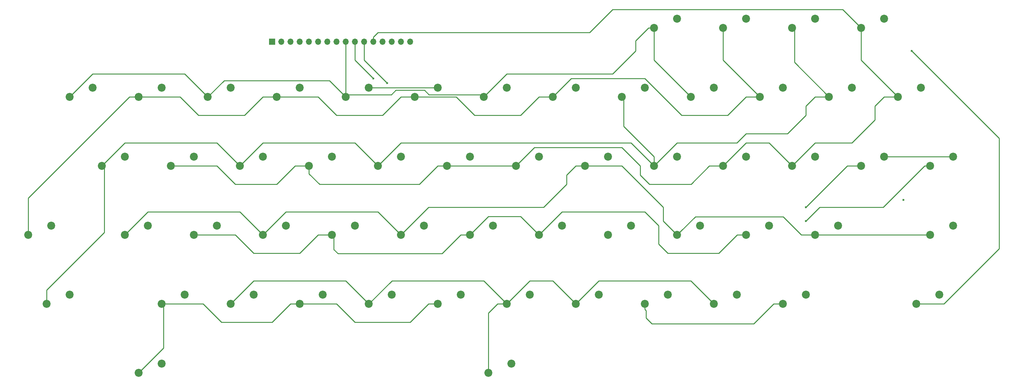
<source format=gbr>
G04 #@! TF.FileFunction,Copper,L2,Bot,Signal*
%FSLAX46Y46*%
G04 Gerber Fmt 4.6, Leading zero omitted, Abs format (unit mm)*
G04 Created by KiCad (PCBNEW 4.0.7-e2-6376~60~ubuntu17.10.1) date Thu Apr 12 22:39:31 2018*
%MOMM*%
%LPD*%
G01*
G04 APERTURE LIST*
%ADD10C,0.100000*%
%ADD11R,1.700000X1.700000*%
%ADD12O,1.700000X1.700000*%
%ADD13C,2.200000*%
%ADD14C,0.600000*%
%ADD15C,0.250000*%
G04 APERTURE END LIST*
D10*
D11*
X151130000Y-78740000D03*
D12*
X153670000Y-78740000D03*
X156210000Y-78740000D03*
X158750000Y-78740000D03*
X161290000Y-78740000D03*
X163830000Y-78740000D03*
X166370000Y-78740000D03*
X168910000Y-78740000D03*
X171450000Y-78740000D03*
X173990000Y-78740000D03*
X176530000Y-78740000D03*
X179070000Y-78740000D03*
X181610000Y-78740000D03*
X184150000Y-78740000D03*
X186690000Y-78740000D03*
X189230000Y-78740000D03*
D13*
X101600000Y-91440000D03*
X95250000Y-93980000D03*
X120650000Y-91440000D03*
X114300000Y-93980000D03*
X139700000Y-91440000D03*
X133350000Y-93980000D03*
X158750000Y-91440000D03*
X152400000Y-93980000D03*
X177800000Y-91440000D03*
X171450000Y-93980000D03*
X196850000Y-91440000D03*
X190500000Y-93980000D03*
X215900000Y-91440000D03*
X209550000Y-93980000D03*
X234950000Y-91440000D03*
X228600000Y-93980000D03*
X254000000Y-91440000D03*
X247650000Y-93980000D03*
X116840000Y-129540000D03*
X110490000Y-132080000D03*
X203200000Y-148590000D03*
X196850000Y-151130000D03*
X165100000Y-148590000D03*
X158750000Y-151130000D03*
X339090000Y-110490000D03*
X332740000Y-113030000D03*
X307340000Y-129540000D03*
X300990000Y-132080000D03*
X260350000Y-148590000D03*
X254000000Y-151130000D03*
X154940000Y-129540000D03*
X148590000Y-132080000D03*
X311150000Y-91440000D03*
X304800000Y-93980000D03*
X300990000Y-72390000D03*
X294640000Y-74930000D03*
X148590000Y-110490000D03*
X142240000Y-113030000D03*
X173990000Y-129540000D03*
X167640000Y-132080000D03*
X298450000Y-148590000D03*
X292100000Y-151130000D03*
X193040000Y-129540000D03*
X186690000Y-132080000D03*
X212090000Y-129540000D03*
X205740000Y-132080000D03*
X292100000Y-91440000D03*
X285750000Y-93980000D03*
X243840000Y-110490000D03*
X237490000Y-113030000D03*
X231140000Y-129540000D03*
X224790000Y-132080000D03*
X250190000Y-129540000D03*
X243840000Y-132080000D03*
X269240000Y-129540000D03*
X262890000Y-132080000D03*
X262890000Y-72390000D03*
X256540000Y-74930000D03*
X90170000Y-129540000D03*
X83820000Y-132080000D03*
X241300000Y-148590000D03*
X234950000Y-151130000D03*
X120650000Y-167640000D03*
X114300000Y-170180000D03*
X330200000Y-91440000D03*
X323850000Y-93980000D03*
X222250000Y-148590000D03*
X215900000Y-151130000D03*
X262890000Y-110490000D03*
X256540000Y-113030000D03*
X320040000Y-110490000D03*
X313690000Y-113030000D03*
X281940000Y-110490000D03*
X275590000Y-113030000D03*
X279400000Y-148590000D03*
X273050000Y-151130000D03*
X110490000Y-110490000D03*
X104140000Y-113030000D03*
X167640000Y-110490000D03*
X161290000Y-113030000D03*
X339090000Y-129540000D03*
X332740000Y-132080000D03*
X320040000Y-72390000D03*
X313690000Y-74930000D03*
X135890000Y-129540000D03*
X129540000Y-132080000D03*
X288290000Y-129540000D03*
X281940000Y-132080000D03*
X95250000Y-148590000D03*
X88900000Y-151130000D03*
X217170000Y-167640000D03*
X210820000Y-170180000D03*
X186690000Y-110490000D03*
X180340000Y-113030000D03*
X224790000Y-110490000D03*
X218440000Y-113030000D03*
X300990000Y-110490000D03*
X294640000Y-113030000D03*
X281940000Y-72390000D03*
X275590000Y-74930000D03*
X184150000Y-148590000D03*
X177800000Y-151130000D03*
X129540000Y-110490000D03*
X123190000Y-113030000D03*
X146050000Y-148590000D03*
X139700000Y-151130000D03*
X205740000Y-110490000D03*
X199390000Y-113030000D03*
X127000000Y-148590000D03*
X120650000Y-151130000D03*
X273050000Y-91440000D03*
X266700000Y-93980000D03*
X335280000Y-148590000D03*
X328930000Y-151130000D03*
D14*
X325319972Y-122441677D03*
X179070000Y-88900000D03*
X327660000Y-81280000D03*
X182880000Y-90170000D03*
X298450000Y-124460000D03*
X298450000Y-128270000D03*
D15*
X177800000Y-91440000D02*
X196850000Y-91440000D01*
X339090000Y-110490000D02*
X320040000Y-110490000D01*
X133350000Y-93980000D02*
X137840828Y-89489172D01*
X137840828Y-89489172D02*
X166959172Y-89489172D01*
X166959172Y-89489172D02*
X171450000Y-93980000D01*
X171450000Y-93980000D02*
X172072618Y-93357382D01*
X172072618Y-93357382D02*
X183984724Y-93357382D01*
X183984724Y-93357382D02*
X185191599Y-92150507D01*
X185191599Y-92150507D02*
X193135281Y-92150507D01*
X193135281Y-92150507D02*
X194342156Y-93357382D01*
X194342156Y-93357382D02*
X208927382Y-93357382D01*
X208927382Y-93357382D02*
X209550000Y-93980000D01*
X256540000Y-74930000D02*
X256540000Y-83820000D01*
X256540000Y-83820000D02*
X266700000Y-93980000D01*
X209550000Y-93980000D02*
X215900000Y-87630000D01*
X215900000Y-87630000D02*
X245110000Y-87630000D01*
X251460000Y-81280000D02*
X251460000Y-78454366D01*
X245110000Y-87630000D02*
X251460000Y-81280000D01*
X251460000Y-78454366D02*
X254984366Y-74930000D01*
X254984366Y-74930000D02*
X256540000Y-74930000D01*
X171450000Y-93980000D02*
X171450000Y-78740000D01*
X95250000Y-93980000D02*
X101600000Y-87630000D01*
X101600000Y-87630000D02*
X127000000Y-87630000D01*
X127000000Y-87630000D02*
X132250001Y-92880001D01*
X132250001Y-92880001D02*
X133350000Y-93980000D01*
X83820000Y-132080000D02*
X83820000Y-121920000D01*
X83820000Y-121920000D02*
X111760000Y-93980000D01*
X111760000Y-93980000D02*
X114300000Y-93980000D01*
X173990000Y-83820000D02*
X173990000Y-78740000D01*
X179070000Y-88900000D02*
X173990000Y-83820000D01*
X275590000Y-83820000D02*
X275590000Y-74930000D01*
X285750000Y-93980000D02*
X275590000Y-83820000D01*
X228600000Y-93980000D02*
X233680000Y-88900000D01*
X233680000Y-88900000D02*
X254000000Y-88900000D01*
X254000000Y-88900000D02*
X264160000Y-99060000D01*
X264160000Y-99060000D02*
X276860000Y-99060000D01*
X276860000Y-99060000D02*
X281940000Y-93980000D01*
X281940000Y-93980000D02*
X285750000Y-93980000D01*
X190500000Y-93980000D02*
X201930000Y-93980000D01*
X224790000Y-93980000D02*
X228600000Y-93980000D01*
X201930000Y-93980000D02*
X207010000Y-99060000D01*
X207010000Y-99060000D02*
X219710000Y-99060000D01*
X219710000Y-99060000D02*
X224790000Y-93980000D01*
X152400000Y-93980000D02*
X163830000Y-93980000D01*
X163830000Y-93980000D02*
X168910000Y-99060000D01*
X186690000Y-93980000D02*
X190500000Y-93980000D01*
X168910000Y-99060000D02*
X181610000Y-99060000D01*
X181610000Y-99060000D02*
X186690000Y-93980000D01*
X114300000Y-93980000D02*
X125730000Y-93980000D01*
X125730000Y-93980000D02*
X130810000Y-99060000D01*
X130810000Y-99060000D02*
X143510000Y-99060000D01*
X143510000Y-99060000D02*
X148590000Y-93980000D01*
X148590000Y-93980000D02*
X152400000Y-93980000D01*
X294640000Y-74930000D02*
X295266889Y-75556889D01*
X295266889Y-75556889D02*
X295266889Y-84446889D01*
X295266889Y-84446889D02*
X304800000Y-93980000D01*
X351790000Y-135890000D02*
X351790000Y-105410000D01*
X351790000Y-105410000D02*
X327660000Y-81280000D01*
X336550000Y-151130000D02*
X351790000Y-135890000D01*
X328930000Y-151130000D02*
X336550000Y-151130000D01*
X88900000Y-151130000D02*
X88900000Y-147320000D01*
X88900000Y-147320000D02*
X104798309Y-131421691D01*
X104798309Y-131421691D02*
X104798309Y-113688309D01*
X104798309Y-113688309D02*
X104140000Y-113030000D01*
X256540000Y-113030000D02*
X262890000Y-106680000D01*
X262890000Y-106680000D02*
X279400000Y-106680000D01*
X279400000Y-106680000D02*
X281940000Y-104140000D01*
X300990000Y-93980000D02*
X304800000Y-93980000D01*
X281940000Y-104140000D02*
X293370000Y-104140000D01*
X293370000Y-104140000D02*
X298450000Y-99060000D01*
X298450000Y-96520000D02*
X300990000Y-93980000D01*
X298450000Y-99060000D02*
X298450000Y-96520000D01*
X247650000Y-93980000D02*
X248121680Y-94451680D01*
X248121680Y-94451680D02*
X248121680Y-102128937D01*
X248121680Y-102128937D02*
X256482743Y-110490000D01*
X256482743Y-110490000D02*
X256540000Y-110490000D01*
X256540000Y-110490000D02*
X256540000Y-113030000D01*
X176530000Y-78740000D02*
X176530000Y-83820000D01*
X176530000Y-83820000D02*
X182880000Y-90170000D01*
X250190000Y-106680000D02*
X256540000Y-113030000D01*
X186690000Y-106680000D02*
X250190000Y-106680000D01*
X180340000Y-113030000D02*
X186690000Y-106680000D01*
X173990000Y-106680000D02*
X180340000Y-113030000D01*
X148590000Y-106680000D02*
X173990000Y-106680000D01*
X142240000Y-113030000D02*
X148590000Y-106680000D01*
X135890000Y-106680000D02*
X142240000Y-113030000D01*
X110490000Y-106680000D02*
X135890000Y-106680000D01*
X104140000Y-113030000D02*
X110490000Y-106680000D01*
X218440000Y-113030000D02*
X223520000Y-107950000D01*
X271780000Y-113030000D02*
X275590000Y-113030000D01*
X223520000Y-107950000D02*
X247650000Y-107950000D01*
X252730000Y-115579836D02*
X255258188Y-118108024D01*
X247650000Y-107950000D02*
X252730000Y-113030000D01*
X252730000Y-113030000D02*
X252730000Y-115579836D01*
X255258188Y-118108024D02*
X266701976Y-118108024D01*
X266701976Y-118108024D02*
X271780000Y-113030000D01*
X313690000Y-74930000D02*
X308610000Y-69850000D01*
X308610000Y-69850000D02*
X245110000Y-69850000D01*
X179070000Y-77470000D02*
X179070000Y-78740000D01*
X245110000Y-69850000D02*
X238760000Y-76200000D01*
X238760000Y-76200000D02*
X180340000Y-76200000D01*
X180340000Y-76200000D02*
X179070000Y-77470000D01*
X199390000Y-113030000D02*
X218440000Y-113030000D01*
X191770000Y-118110000D02*
X164198998Y-118110000D01*
X199390000Y-113030000D02*
X196850000Y-113030000D01*
X196850000Y-113030000D02*
X191770000Y-118110000D01*
X218440000Y-113030000D02*
X215900000Y-113030000D01*
X164198998Y-118110000D02*
X161290000Y-115201002D01*
X161290000Y-115201002D02*
X161290000Y-114585634D01*
X161290000Y-114585634D02*
X161290000Y-113030000D01*
X320040000Y-93980000D02*
X323850000Y-93980000D01*
X317500000Y-96520000D02*
X320040000Y-93980000D01*
X317500000Y-100330000D02*
X317500000Y-96520000D01*
X311150000Y-106680000D02*
X317500000Y-100330000D01*
X300990000Y-106680000D02*
X311150000Y-106680000D01*
X294640000Y-113030000D02*
X300990000Y-106680000D01*
X288290000Y-106680000D02*
X294640000Y-113030000D01*
X281940000Y-106680000D02*
X288290000Y-106680000D01*
X275590000Y-113030000D02*
X281940000Y-106680000D01*
X157480000Y-113030000D02*
X161290000Y-113030000D01*
X152400000Y-118110000D02*
X157480000Y-113030000D01*
X140970000Y-118110000D02*
X152400000Y-118110000D01*
X135890000Y-113030000D02*
X140970000Y-118110000D01*
X123190000Y-113030000D02*
X135890000Y-113030000D01*
X313690000Y-83820000D02*
X323850000Y-93980000D01*
X313690000Y-74930000D02*
X313690000Y-83820000D01*
X300990000Y-132080000D02*
X297180000Y-132080000D01*
X297180000Y-132080000D02*
X292157819Y-127057819D01*
X267912181Y-127057819D02*
X263989999Y-130980001D01*
X292157819Y-127057819D02*
X267912181Y-127057819D01*
X263989999Y-130980001D02*
X262890000Y-132080000D01*
X332740000Y-132080000D02*
X300990000Y-132080000D01*
X237490000Y-113030000D02*
X247650000Y-113030000D01*
X247650000Y-113030000D02*
X259080000Y-124460000D01*
X259080000Y-124460000D02*
X259080000Y-128270000D01*
X259080000Y-128270000D02*
X262890000Y-132080000D01*
X234950000Y-113030000D02*
X237490000Y-113030000D01*
X232410000Y-115570000D02*
X234950000Y-113030000D01*
X232410000Y-118110000D02*
X232410000Y-115570000D01*
X226060000Y-124460000D02*
X232410000Y-118110000D01*
X194310000Y-124460000D02*
X226060000Y-124460000D01*
X186690000Y-132080000D02*
X194310000Y-124460000D01*
X180340000Y-125730000D02*
X186690000Y-132080000D01*
X154940000Y-125730000D02*
X180340000Y-125730000D01*
X148590000Y-132080000D02*
X154940000Y-125730000D01*
X142240000Y-125730000D02*
X148590000Y-132080000D01*
X116840000Y-125730000D02*
X142240000Y-125730000D01*
X110490000Y-132080000D02*
X116840000Y-125730000D01*
X309880000Y-113030000D02*
X298450000Y-124460000D01*
X313690000Y-113030000D02*
X309880000Y-113030000D01*
X224790000Y-132080000D02*
X231140000Y-125730000D01*
X231140000Y-125730000D02*
X254000000Y-125730000D01*
X254000000Y-125730000D02*
X257810000Y-129540000D01*
X257810000Y-129540000D02*
X257810000Y-134619392D01*
X257810000Y-134619392D02*
X260333275Y-137142667D01*
X260333275Y-137142667D02*
X274339854Y-137142667D01*
X274339854Y-137142667D02*
X279402521Y-132080000D01*
X279402521Y-132080000D02*
X281940000Y-132080000D01*
X205740000Y-132080000D02*
X203200000Y-132080000D01*
X203200000Y-132080000D02*
X198014425Y-137265575D01*
X198014425Y-137265575D02*
X169264875Y-137265575D01*
X169264875Y-137265575D02*
X168120892Y-136121592D01*
X168120892Y-136121592D02*
X168120892Y-132560892D01*
X168120892Y-132560892D02*
X167640000Y-132080000D01*
X129540000Y-132080000D02*
X140970000Y-132080000D01*
X140970000Y-132080000D02*
X146050000Y-137160000D01*
X146050000Y-137160000D02*
X158750000Y-137160000D01*
X158750000Y-137160000D02*
X163830000Y-132080000D01*
X163830000Y-132080000D02*
X167640000Y-132080000D01*
X210820000Y-127000000D02*
X205740000Y-132080000D01*
X219710000Y-127000000D02*
X210820000Y-127000000D01*
X224790000Y-132080000D02*
X219710000Y-127000000D01*
X120650000Y-151130000D02*
X121156100Y-151636100D01*
X121156100Y-151636100D02*
X121156100Y-163323900D01*
X121156100Y-163323900D02*
X114300000Y-170180000D01*
X292100000Y-151130000D02*
X289560000Y-151130000D01*
X254000000Y-152685634D02*
X254000000Y-151130000D01*
X289560000Y-151130000D02*
X284053064Y-156636936D01*
X284053064Y-156636936D02*
X255924827Y-156636936D01*
X255924827Y-156636936D02*
X254306599Y-155018708D01*
X254306599Y-155018708D02*
X254306599Y-152992233D01*
X254306599Y-152992233D02*
X254000000Y-152685634D01*
X292104583Y-151134583D02*
X292100000Y-151130000D01*
X120650000Y-151130000D02*
X132080000Y-151130000D01*
X137160000Y-156210000D02*
X151130000Y-156210000D01*
X132080000Y-151130000D02*
X137160000Y-156210000D01*
X151130000Y-156210000D02*
X156210000Y-151130000D01*
X156210000Y-151130000D02*
X158750000Y-151130000D01*
X194310000Y-151130000D02*
X196850000Y-151130000D01*
X189230000Y-156210000D02*
X194310000Y-151130000D01*
X173990000Y-156210000D02*
X189230000Y-156210000D01*
X168910000Y-151130000D02*
X173990000Y-156210000D01*
X158750000Y-151130000D02*
X168910000Y-151130000D01*
X319754366Y-124460000D02*
X302260000Y-124460000D01*
X302260000Y-124460000D02*
X298450000Y-128270000D01*
X332740000Y-113030000D02*
X331184366Y-113030000D01*
X331184366Y-113030000D02*
X319754366Y-124460000D01*
X146050000Y-144780000D02*
X139700000Y-151130000D01*
X171450000Y-144780000D02*
X146050000Y-144780000D01*
X177800000Y-151130000D02*
X171450000Y-144780000D01*
X215900000Y-151130000D02*
X209534334Y-144764334D01*
X209534334Y-144764334D02*
X184165666Y-144764334D01*
X184165666Y-144764334D02*
X177800000Y-151130000D01*
X210820000Y-153670000D02*
X210820000Y-170180000D01*
X213360000Y-151130000D02*
X210820000Y-153670000D01*
X215900000Y-151130000D02*
X213360000Y-151130000D01*
X222250000Y-144780000D02*
X215900000Y-151130000D01*
X228600000Y-144780000D02*
X222250000Y-144780000D01*
X234950000Y-151130000D02*
X228600000Y-144780000D01*
X273050000Y-151130000D02*
X266700000Y-144780000D01*
X266700000Y-144780000D02*
X241300000Y-144780000D01*
X241300000Y-144780000D02*
X234950000Y-151130000D01*
M02*

</source>
